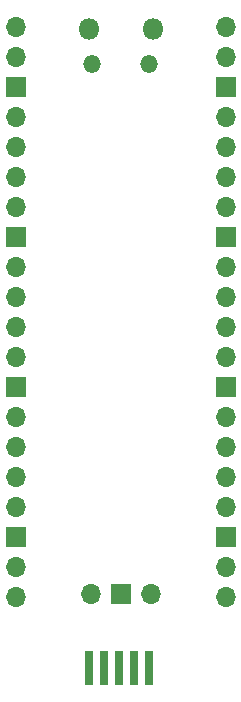
<source format=gbs>
G04 #@! TF.GenerationSoftware,KiCad,Pcbnew,7.0.7-7.0.7~ubuntu22.04.1*
G04 #@! TF.CreationDate,2024-01-07T15:40:38+01:00*
G04 #@! TF.ProjectId,pico-dap-swd,7069636f-2d64-4617-902d-7377642e6b69,rev?*
G04 #@! TF.SameCoordinates,Original*
G04 #@! TF.FileFunction,Soldermask,Bot*
G04 #@! TF.FilePolarity,Negative*
%FSLAX46Y46*%
G04 Gerber Fmt 4.6, Leading zero omitted, Abs format (unit mm)*
G04 Created by KiCad (PCBNEW 7.0.7-7.0.7~ubuntu22.04.1) date 2024-01-07 15:40:38*
%MOMM*%
%LPD*%
G01*
G04 APERTURE LIST*
%ADD10O,1.700000X1.700000*%
%ADD11R,1.700000X1.700000*%
%ADD12O,1.500000X1.500000*%
%ADD13O,1.800000X1.800000*%
%ADD14R,0.750000X3.000000*%
G04 APERTURE END LIST*
D10*
X83150000Y-85310000D03*
D11*
X80610000Y-85310000D03*
D10*
X78070000Y-85310000D03*
X89500000Y-37280000D03*
X89500000Y-39820000D03*
D11*
X89500000Y-42360000D03*
D10*
X89500000Y-44900000D03*
X89500000Y-47440000D03*
X89500000Y-49980000D03*
X89500000Y-52520000D03*
D11*
X89500000Y-55060000D03*
D10*
X89500000Y-57600000D03*
X89500000Y-60140000D03*
X89500000Y-62680000D03*
X89500000Y-65220000D03*
D11*
X89500000Y-67760000D03*
D10*
X89500000Y-70300000D03*
X89500000Y-72840000D03*
X89500000Y-75380000D03*
X89500000Y-77920000D03*
D11*
X89500000Y-80460000D03*
D10*
X89500000Y-83000000D03*
X89500000Y-85540000D03*
X71720000Y-85540000D03*
X71720000Y-83000000D03*
D11*
X71720000Y-80460000D03*
D10*
X71720000Y-77920000D03*
X71720000Y-75380000D03*
X71720000Y-72840000D03*
X71720000Y-70300000D03*
D11*
X71720000Y-67760000D03*
D10*
X71720000Y-65220000D03*
X71720000Y-62680000D03*
X71720000Y-60140000D03*
X71720000Y-57600000D03*
D11*
X71720000Y-55060000D03*
D10*
X71720000Y-52520000D03*
X71720000Y-49980000D03*
X71720000Y-47440000D03*
X71720000Y-44900000D03*
D11*
X71720000Y-42360000D03*
D10*
X71720000Y-39820000D03*
X71720000Y-37280000D03*
D12*
X83035000Y-40440000D03*
X78185000Y-40440000D03*
D13*
X77885000Y-37410000D03*
X83335000Y-37410000D03*
D14*
X83040000Y-91512500D03*
X81770000Y-91512500D03*
X80500000Y-91512500D03*
X79230000Y-91512500D03*
X77960000Y-91512500D03*
M02*

</source>
